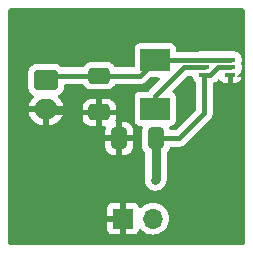
<source format=gbr>
%TF.GenerationSoftware,KiCad,Pcbnew,8.0.5*%
%TF.CreationDate,2025-11-11T23:33:08+01:00*%
%TF.ProjectId,TPS61221DCKx ( fixed output ),54505336-3132-4323-9144-434b78202820,rev?*%
%TF.SameCoordinates,Original*%
%TF.FileFunction,Copper,L2,Bot*%
%TF.FilePolarity,Positive*%
%FSLAX46Y46*%
G04 Gerber Fmt 4.6, Leading zero omitted, Abs format (unit mm)*
G04 Created by KiCad (PCBNEW 8.0.5) date 2025-11-11 23:33:08*
%MOMM*%
%LPD*%
G01*
G04 APERTURE LIST*
G04 Aperture macros list*
%AMRoundRect*
0 Rectangle with rounded corners*
0 $1 Rounding radius*
0 $2 $3 $4 $5 $6 $7 $8 $9 X,Y pos of 4 corners*
0 Add a 4 corners polygon primitive as box body*
4,1,4,$2,$3,$4,$5,$6,$7,$8,$9,$2,$3,0*
0 Add four circle primitives for the rounded corners*
1,1,$1+$1,$2,$3*
1,1,$1+$1,$4,$5*
1,1,$1+$1,$6,$7*
1,1,$1+$1,$8,$9*
0 Add four rect primitives between the rounded corners*
20,1,$1+$1,$2,$3,$4,$5,0*
20,1,$1+$1,$4,$5,$6,$7,0*
20,1,$1+$1,$6,$7,$8,$9,0*
20,1,$1+$1,$8,$9,$2,$3,0*%
G04 Aperture macros list end*
%TA.AperFunction,ComponentPad*%
%ADD10RoundRect,0.250000X-0.750000X0.600000X-0.750000X-0.600000X0.750000X-0.600000X0.750000X0.600000X0*%
%TD*%
%TA.AperFunction,ComponentPad*%
%ADD11O,2.000000X1.700000*%
%TD*%
%TA.AperFunction,SMDPad,CuDef*%
%ADD12RoundRect,0.100000X0.350000X0.100000X-0.350000X0.100000X-0.350000X-0.100000X0.350000X-0.100000X0*%
%TD*%
%TA.AperFunction,ComponentPad*%
%ADD13R,1.700000X1.700000*%
%TD*%
%TA.AperFunction,ComponentPad*%
%ADD14O,1.700000X1.700000*%
%TD*%
%TA.AperFunction,SMDPad,CuDef*%
%ADD15RoundRect,0.250000X0.412500X0.650000X-0.412500X0.650000X-0.412500X-0.650000X0.412500X-0.650000X0*%
%TD*%
%TA.AperFunction,SMDPad,CuDef*%
%ADD16R,2.500000X1.900000*%
%TD*%
%TA.AperFunction,SMDPad,CuDef*%
%ADD17RoundRect,0.250000X-0.650000X0.412500X-0.650000X-0.412500X0.650000X-0.412500X0.650000X0.412500X0*%
%TD*%
%TA.AperFunction,ViaPad*%
%ADD18C,0.600000*%
%TD*%
%TA.AperFunction,Conductor*%
%ADD19C,0.400000*%
%TD*%
%TA.AperFunction,Conductor*%
%ADD20C,0.800000*%
%TD*%
G04 APERTURE END LIST*
D10*
%TO.P,BT1,1,+*%
%TO.N,Vbat*%
X140437500Y-100043750D03*
D11*
%TO.P,BT1,2,-*%
%TO.N,GND*%
X140437500Y-102543750D03*
%TD*%
D12*
%TO.P,U1,1,VIN*%
%TO.N,Vbat*%
X156037500Y-98350000D03*
%TO.P,U1,2,FB*%
%TO.N,VCC*%
X156037500Y-99000000D03*
%TO.P,U1,3,GND*%
%TO.N,GND*%
X156037500Y-99650000D03*
%TO.P,U1,4,VOUT*%
%TO.N,VCC*%
X153837500Y-99650000D03*
%TO.P,U1,5,L*%
%TO.N,Net-(U1-L)*%
X153837500Y-99000000D03*
%TO.P,U1,6,EN*%
%TO.N,Vbat*%
X153837500Y-98350000D03*
%TD*%
D13*
%TO.P,J1,1,Pin_1*%
%TO.N,GND*%
X146937500Y-111793750D03*
D14*
%TO.P,J1,2,Pin_2*%
%TO.N,VCC*%
X149477500Y-111793750D03*
%TD*%
D15*
%TO.P,C1,1*%
%TO.N,VCC*%
X149750000Y-105000000D03*
%TO.P,C1,2*%
%TO.N,GND*%
X146625000Y-105000000D03*
%TD*%
D16*
%TO.P,L1,1,1*%
%TO.N,Vbat*%
X149687500Y-98400000D03*
%TO.P,L1,2,2*%
%TO.N,Net-(U1-L)*%
X149687500Y-102500000D03*
%TD*%
D17*
%TO.P,C2,1*%
%TO.N,Vbat*%
X144937500Y-99687500D03*
%TO.P,C2,2*%
%TO.N,GND*%
X144937500Y-102812500D03*
%TD*%
D18*
%TO.N,GND*%
X146687500Y-108543750D03*
%TO.N,VCC*%
X149687500Y-108543750D03*
%TD*%
D19*
%TO.N,GND*%
X140706250Y-102812500D02*
X140437500Y-102543750D01*
X146687500Y-104937500D02*
X146625000Y-105000000D01*
X144937500Y-102812500D02*
X144937500Y-103312500D01*
X144937500Y-102812500D02*
X140706250Y-102812500D01*
%TO.N,VCC*%
X153837500Y-102850000D02*
X151687500Y-105000000D01*
X154347378Y-99650000D02*
X154997378Y-99000000D01*
X153837500Y-99650000D02*
X154347378Y-99650000D01*
X154997378Y-99000000D02*
X156037500Y-99000000D01*
D20*
X149750000Y-108481250D02*
X149687500Y-108543750D01*
X149750000Y-105000000D02*
X149750000Y-108481250D01*
D19*
X151687500Y-105000000D02*
X149750000Y-105000000D01*
X153837500Y-99650000D02*
X153837500Y-102850000D01*
%TO.N,Vbat*%
X140793750Y-99687500D02*
X140437500Y-100043750D01*
X153787500Y-98400000D02*
X153837500Y-98350000D01*
X149687500Y-98400000D02*
X153787500Y-98400000D01*
X156037500Y-98350000D02*
X153837500Y-98350000D01*
X144937500Y-99687500D02*
X140793750Y-99687500D01*
X144937500Y-99687500D02*
X148400000Y-99687500D01*
X148400000Y-99687500D02*
X149687500Y-98400000D01*
%TO.N,Net-(U1-L)*%
X149687500Y-101400000D02*
X149687500Y-102500000D01*
X152087500Y-99000000D02*
X149687500Y-101400000D01*
X153837500Y-99000000D02*
X152087500Y-99000000D01*
%TD*%
%TA.AperFunction,Conductor*%
%TO.N,GND*%
G36*
X157192539Y-94020185D02*
G01*
X157238294Y-94072989D01*
X157249500Y-94124500D01*
X157249500Y-113875500D01*
X157229815Y-113942539D01*
X157177011Y-113988294D01*
X157125500Y-113999500D01*
X137374500Y-113999500D01*
X137307461Y-113979815D01*
X137261706Y-113927011D01*
X137250500Y-113875500D01*
X137250500Y-110895905D01*
X145587500Y-110895905D01*
X145587500Y-111543750D01*
X146504488Y-111543750D01*
X146471575Y-111600757D01*
X146437500Y-111727924D01*
X146437500Y-111859576D01*
X146471575Y-111986743D01*
X146504488Y-112043750D01*
X145587500Y-112043750D01*
X145587500Y-112691594D01*
X145593901Y-112751122D01*
X145593903Y-112751129D01*
X145644145Y-112885836D01*
X145644149Y-112885843D01*
X145730309Y-113000937D01*
X145730312Y-113000940D01*
X145845406Y-113087100D01*
X145845413Y-113087104D01*
X145980120Y-113137346D01*
X145980127Y-113137348D01*
X146039655Y-113143749D01*
X146039672Y-113143750D01*
X146687500Y-113143750D01*
X146687500Y-112226762D01*
X146744507Y-112259675D01*
X146871674Y-112293750D01*
X147003326Y-112293750D01*
X147130493Y-112259675D01*
X147187500Y-112226762D01*
X147187500Y-113143750D01*
X147835328Y-113143750D01*
X147835344Y-113143749D01*
X147894872Y-113137348D01*
X147894879Y-113137346D01*
X148029586Y-113087104D01*
X148029593Y-113087100D01*
X148144687Y-113000940D01*
X148144690Y-113000937D01*
X148230850Y-112885843D01*
X148230854Y-112885836D01*
X148279922Y-112754279D01*
X148321793Y-112698345D01*
X148387257Y-112673928D01*
X148455530Y-112688780D01*
X148483785Y-112709931D01*
X148606099Y-112832245D01*
X148682635Y-112885836D01*
X148799665Y-112967782D01*
X148799667Y-112967783D01*
X148799670Y-112967785D01*
X149013837Y-113067653D01*
X149242092Y-113128813D01*
X149412819Y-113143750D01*
X149477499Y-113149409D01*
X149477500Y-113149409D01*
X149477501Y-113149409D01*
X149542181Y-113143750D01*
X149712908Y-113128813D01*
X149941163Y-113067653D01*
X150155330Y-112967785D01*
X150348901Y-112832245D01*
X150515995Y-112665151D01*
X150651535Y-112471580D01*
X150751403Y-112257413D01*
X150812563Y-112029158D01*
X150833159Y-111793750D01*
X150812563Y-111558342D01*
X150751403Y-111330087D01*
X150651535Y-111115921D01*
X150515995Y-110922349D01*
X150515994Y-110922347D01*
X150348902Y-110755256D01*
X150348895Y-110755251D01*
X150155334Y-110619717D01*
X150155330Y-110619715D01*
X150084227Y-110586559D01*
X149941163Y-110519847D01*
X149941159Y-110519846D01*
X149941155Y-110519844D01*
X149712913Y-110458688D01*
X149712903Y-110458686D01*
X149477501Y-110438091D01*
X149477499Y-110438091D01*
X149242096Y-110458686D01*
X149242086Y-110458688D01*
X149013844Y-110519844D01*
X149013835Y-110519848D01*
X148799671Y-110619714D01*
X148799669Y-110619715D01*
X148606100Y-110755253D01*
X148483784Y-110877569D01*
X148422461Y-110911053D01*
X148352769Y-110906069D01*
X148296836Y-110864197D01*
X148279921Y-110833220D01*
X148230854Y-110701663D01*
X148230850Y-110701656D01*
X148144690Y-110586562D01*
X148144687Y-110586559D01*
X148029593Y-110500399D01*
X148029586Y-110500395D01*
X147894879Y-110450153D01*
X147894872Y-110450151D01*
X147835344Y-110443750D01*
X147187500Y-110443750D01*
X147187500Y-111360738D01*
X147130493Y-111327825D01*
X147003326Y-111293750D01*
X146871674Y-111293750D01*
X146744507Y-111327825D01*
X146687500Y-111360738D01*
X146687500Y-110443750D01*
X146039655Y-110443750D01*
X145980127Y-110450151D01*
X145980120Y-110450153D01*
X145845413Y-110500395D01*
X145845406Y-110500399D01*
X145730312Y-110586559D01*
X145730309Y-110586562D01*
X145644149Y-110701656D01*
X145644145Y-110701663D01*
X145593903Y-110836370D01*
X145593901Y-110836377D01*
X145587500Y-110895905D01*
X137250500Y-110895905D01*
X137250500Y-105699986D01*
X145462501Y-105699986D01*
X145472994Y-105802697D01*
X145528141Y-105969119D01*
X145528143Y-105969124D01*
X145620184Y-106118345D01*
X145744154Y-106242315D01*
X145893375Y-106334356D01*
X145893380Y-106334358D01*
X146059802Y-106389505D01*
X146059809Y-106389506D01*
X146162519Y-106399999D01*
X146374999Y-106399999D01*
X146875000Y-106399999D01*
X147087472Y-106399999D01*
X147087486Y-106399998D01*
X147190197Y-106389505D01*
X147356619Y-106334358D01*
X147356624Y-106334356D01*
X147505845Y-106242315D01*
X147629815Y-106118345D01*
X147721856Y-105969124D01*
X147721858Y-105969119D01*
X147777005Y-105802697D01*
X147777006Y-105802690D01*
X147787499Y-105699986D01*
X147787500Y-105699973D01*
X147787500Y-105250000D01*
X146875000Y-105250000D01*
X146875000Y-106399999D01*
X146374999Y-106399999D01*
X146375000Y-106399998D01*
X146375000Y-105250000D01*
X145462501Y-105250000D01*
X145462501Y-105699986D01*
X137250500Y-105699986D01*
X137250500Y-99393733D01*
X138937000Y-99393733D01*
X138937000Y-100693751D01*
X138937001Y-100693768D01*
X138947500Y-100796546D01*
X138947501Y-100796549D01*
X138965379Y-100850499D01*
X139002686Y-100963084D01*
X139090961Y-101106202D01*
X139094789Y-101112407D01*
X139218844Y-101236462D01*
X139374058Y-101332198D01*
X139420783Y-101384146D01*
X139432006Y-101453108D01*
X139404163Y-101517191D01*
X139396644Y-101525418D01*
X139257771Y-101664291D01*
X139132879Y-101836192D01*
X139036404Y-102025532D01*
X138970742Y-102227620D01*
X138970742Y-102227623D01*
X138960269Y-102293750D01*
X140004488Y-102293750D01*
X139971575Y-102350757D01*
X139937500Y-102477924D01*
X139937500Y-102609576D01*
X139971575Y-102736743D01*
X140004488Y-102793750D01*
X138960269Y-102793750D01*
X138970742Y-102859876D01*
X138970742Y-102859879D01*
X139036404Y-103061967D01*
X139132879Y-103251307D01*
X139257772Y-103423209D01*
X139257776Y-103423214D01*
X139408035Y-103573473D01*
X139408040Y-103573477D01*
X139579942Y-103698370D01*
X139769282Y-103794845D01*
X139971370Y-103860507D01*
X140181254Y-103893750D01*
X140187500Y-103893750D01*
X140187500Y-102976762D01*
X140244507Y-103009675D01*
X140371674Y-103043750D01*
X140503326Y-103043750D01*
X140630493Y-103009675D01*
X140687500Y-102976762D01*
X140687500Y-103893750D01*
X140693746Y-103893750D01*
X140903627Y-103860507D01*
X140903630Y-103860507D01*
X141105717Y-103794845D01*
X141295057Y-103698370D01*
X141466959Y-103573477D01*
X141466964Y-103573473D01*
X141617223Y-103423214D01*
X141617227Y-103423209D01*
X141724916Y-103274986D01*
X143537501Y-103274986D01*
X143547994Y-103377697D01*
X143603141Y-103544119D01*
X143603143Y-103544124D01*
X143695184Y-103693345D01*
X143819154Y-103817315D01*
X143968375Y-103909356D01*
X143968380Y-103909358D01*
X144134802Y-103964505D01*
X144134809Y-103964506D01*
X144237519Y-103974999D01*
X144687499Y-103974999D01*
X145187500Y-103974999D01*
X145374939Y-103974999D01*
X145441978Y-103994684D01*
X145487733Y-104047488D01*
X145497677Y-104116646D01*
X145492645Y-104138003D01*
X145472994Y-104197302D01*
X145472993Y-104197309D01*
X145462500Y-104300013D01*
X145462500Y-104750000D01*
X146375000Y-104750000D01*
X146875000Y-104750000D01*
X147787499Y-104750000D01*
X147787499Y-104300028D01*
X147787498Y-104300013D01*
X147777005Y-104197302D01*
X147721858Y-104030880D01*
X147721856Y-104030875D01*
X147629815Y-103881654D01*
X147505845Y-103757684D01*
X147356624Y-103665643D01*
X147356619Y-103665641D01*
X147190197Y-103610494D01*
X147190190Y-103610493D01*
X147087486Y-103600000D01*
X146875000Y-103600000D01*
X146875000Y-104750000D01*
X146375000Y-104750000D01*
X146375000Y-103600000D01*
X146338681Y-103563681D01*
X146341321Y-103561040D01*
X146312268Y-103527511D01*
X146302324Y-103458353D01*
X146307356Y-103436997D01*
X146327004Y-103377700D01*
X146327006Y-103377690D01*
X146337499Y-103274986D01*
X146337500Y-103274973D01*
X146337500Y-103062500D01*
X145187500Y-103062500D01*
X145187500Y-103974999D01*
X144687499Y-103974999D01*
X144687500Y-103974998D01*
X144687500Y-103062500D01*
X143537501Y-103062500D01*
X143537501Y-103274986D01*
X141724916Y-103274986D01*
X141742120Y-103251307D01*
X141838595Y-103061967D01*
X141904257Y-102859879D01*
X141904257Y-102859876D01*
X141914731Y-102793750D01*
X140870512Y-102793750D01*
X140903425Y-102736743D01*
X140937500Y-102609576D01*
X140937500Y-102477924D01*
X140903425Y-102350757D01*
X140902995Y-102350013D01*
X143537500Y-102350013D01*
X143537500Y-102562500D01*
X144687500Y-102562500D01*
X145187500Y-102562500D01*
X146337499Y-102562500D01*
X146337499Y-102350028D01*
X146337498Y-102350013D01*
X146327005Y-102247302D01*
X146271858Y-102080880D01*
X146271856Y-102080875D01*
X146179815Y-101931654D01*
X146055845Y-101807684D01*
X145906624Y-101715643D01*
X145906619Y-101715641D01*
X145740197Y-101660494D01*
X145740190Y-101660493D01*
X145637486Y-101650000D01*
X145187500Y-101650000D01*
X145187500Y-102562500D01*
X144687500Y-102562500D01*
X144687500Y-101650000D01*
X144237528Y-101650000D01*
X144237512Y-101650001D01*
X144134802Y-101660494D01*
X143968380Y-101715641D01*
X143968375Y-101715643D01*
X143819154Y-101807684D01*
X143695184Y-101931654D01*
X143603143Y-102080875D01*
X143603141Y-102080880D01*
X143547994Y-102247302D01*
X143547993Y-102247309D01*
X143537500Y-102350013D01*
X140902995Y-102350013D01*
X140870512Y-102293750D01*
X141914731Y-102293750D01*
X141904257Y-102227623D01*
X141904257Y-102227620D01*
X141838595Y-102025532D01*
X141742120Y-101836192D01*
X141617227Y-101664290D01*
X141617223Y-101664285D01*
X141478356Y-101525418D01*
X141444871Y-101464095D01*
X141449855Y-101394403D01*
X141491727Y-101338470D01*
X141500941Y-101332198D01*
X141506831Y-101328564D01*
X141506834Y-101328564D01*
X141656156Y-101236462D01*
X141780212Y-101112406D01*
X141872314Y-100963084D01*
X141927499Y-100796547D01*
X141938000Y-100693759D01*
X141938000Y-100512000D01*
X141957685Y-100444961D01*
X142010489Y-100399206D01*
X142062000Y-100388000D01*
X143514152Y-100388000D01*
X143581191Y-100407685D01*
X143619689Y-100446901D01*
X143694788Y-100568656D01*
X143818844Y-100692712D01*
X143968166Y-100784814D01*
X144134703Y-100839999D01*
X144237491Y-100850500D01*
X145637508Y-100850499D01*
X145740297Y-100839999D01*
X145906834Y-100784814D01*
X146056156Y-100692712D01*
X146180212Y-100568656D01*
X146255309Y-100446902D01*
X146307257Y-100400179D01*
X146360848Y-100388000D01*
X148468996Y-100388000D01*
X148560040Y-100369889D01*
X148604328Y-100361080D01*
X148688280Y-100326306D01*
X148731807Y-100308277D01*
X148731808Y-100308276D01*
X148731811Y-100308275D01*
X148846543Y-100231614D01*
X149191338Y-99886817D01*
X149252661Y-99853333D01*
X149279019Y-99850499D01*
X149946981Y-99850499D01*
X150014020Y-99870184D01*
X150059775Y-99922988D01*
X150069719Y-99992146D01*
X150040694Y-100055702D01*
X150034662Y-100062180D01*
X149143390Y-100953451D01*
X149143387Y-100953454D01*
X149116035Y-100994391D01*
X149062423Y-101039196D01*
X149012933Y-101049500D01*
X148389629Y-101049500D01*
X148389623Y-101049501D01*
X148330016Y-101055908D01*
X148195171Y-101106202D01*
X148195164Y-101106206D01*
X148079955Y-101192452D01*
X148079952Y-101192455D01*
X147993706Y-101307664D01*
X147993702Y-101307671D01*
X147943408Y-101442517D01*
X147937001Y-101502116D01*
X147937001Y-101502123D01*
X147937000Y-101502135D01*
X147937000Y-103497870D01*
X147937001Y-103497876D01*
X147943408Y-103557483D01*
X147993702Y-103692328D01*
X147993706Y-103692335D01*
X148079952Y-103807544D01*
X148079955Y-103807547D01*
X148195164Y-103893793D01*
X148195171Y-103893797D01*
X148236888Y-103909356D01*
X148330017Y-103944091D01*
X148389627Y-103950500D01*
X148507531Y-103950499D01*
X148574569Y-103970183D01*
X148620324Y-104022987D01*
X148630268Y-104092145D01*
X148625236Y-104113502D01*
X148597501Y-104197200D01*
X148597500Y-104197204D01*
X148587000Y-104299983D01*
X148587000Y-105700001D01*
X148587001Y-105700018D01*
X148597500Y-105802796D01*
X148597501Y-105802799D01*
X148652615Y-105969119D01*
X148652686Y-105969334D01*
X148744596Y-106118345D01*
X148744789Y-106118657D01*
X148813181Y-106187049D01*
X148846666Y-106248372D01*
X148849500Y-106274730D01*
X148849500Y-108189074D01*
X148840061Y-108236526D01*
X148821606Y-108281079D01*
X148821603Y-108281091D01*
X148787000Y-108455053D01*
X148787000Y-108632446D01*
X148821603Y-108806408D01*
X148821605Y-108806416D01*
X148889488Y-108970298D01*
X148988034Y-109117784D01*
X148988040Y-109117791D01*
X149113458Y-109243209D01*
X149113465Y-109243215D01*
X149260951Y-109341761D01*
X149260952Y-109341761D01*
X149260953Y-109341762D01*
X149424834Y-109409645D01*
X149598803Y-109444249D01*
X149598807Y-109444250D01*
X149598808Y-109444250D01*
X149776193Y-109444250D01*
X149776194Y-109444249D01*
X149950166Y-109409645D01*
X150114047Y-109341762D01*
X150261536Y-109243214D01*
X150449463Y-109055286D01*
X150500917Y-108978280D01*
X150548013Y-108907797D01*
X150615894Y-108743916D01*
X150650500Y-108569942D01*
X150650500Y-108392559D01*
X150650500Y-106274730D01*
X150670185Y-106207691D01*
X150686819Y-106187049D01*
X150755212Y-106118656D01*
X150847314Y-105969334D01*
X150902499Y-105802797D01*
X150902499Y-105802793D01*
X150903412Y-105798533D01*
X150936699Y-105737102D01*
X150997914Y-105703419D01*
X151024663Y-105700500D01*
X151756496Y-105700500D01*
X151847540Y-105682389D01*
X151891828Y-105673580D01*
X151955569Y-105647177D01*
X152019307Y-105620777D01*
X152019308Y-105620776D01*
X152019311Y-105620775D01*
X152134043Y-105544114D01*
X154381614Y-103296543D01*
X154458275Y-103181811D01*
X154511080Y-103054329D01*
X154532520Y-102946542D01*
X154538000Y-102918993D01*
X154538000Y-100412111D01*
X154557685Y-100345072D01*
X154610489Y-100299317D01*
X154614497Y-100297571D01*
X154679189Y-100270775D01*
X154793921Y-100194114D01*
X154965698Y-100022336D01*
X155027017Y-99988854D01*
X155096709Y-99993838D01*
X155152643Y-100035709D01*
X155160763Y-100048019D01*
X155163400Y-100052587D01*
X155259575Y-100177924D01*
X155384913Y-100274100D01*
X155530865Y-100334554D01*
X155530869Y-100334555D01*
X155648176Y-100349999D01*
X155837499Y-100349999D01*
X155837500Y-100349998D01*
X155837500Y-99824500D01*
X155857185Y-99757461D01*
X155909989Y-99711706D01*
X155961500Y-99700500D01*
X156113500Y-99700500D01*
X156180539Y-99720185D01*
X156226294Y-99772989D01*
X156237500Y-99824500D01*
X156237500Y-100349999D01*
X156426824Y-100349999D01*
X156544128Y-100334557D01*
X156544133Y-100334555D01*
X156690085Y-100274100D01*
X156815424Y-100177924D01*
X156911600Y-100052586D01*
X156972055Y-99906631D01*
X156979512Y-99850000D01*
X156761803Y-99850000D01*
X156694764Y-99830315D01*
X156649009Y-99777511D01*
X156639065Y-99708353D01*
X156668090Y-99644797D01*
X156686316Y-99627624D01*
X156690339Y-99624536D01*
X156690341Y-99624536D01*
X156815782Y-99528282D01*
X156824323Y-99517150D01*
X156838625Y-99498513D01*
X156895053Y-99457310D01*
X156937000Y-99450000D01*
X156979510Y-99450000D01*
X156979511Y-99449998D01*
X156972058Y-99393377D01*
X156972054Y-99393365D01*
X156963663Y-99373106D01*
X156956194Y-99303637D01*
X156963664Y-99278199D01*
X156972544Y-99256762D01*
X156988000Y-99139361D01*
X156987999Y-98860640D01*
X156972544Y-98743238D01*
X156963934Y-98722454D01*
X156956465Y-98652986D01*
X156963935Y-98627545D01*
X156972544Y-98606762D01*
X156988000Y-98489361D01*
X156987999Y-98210640D01*
X156987999Y-98210636D01*
X156972546Y-98093246D01*
X156972544Y-98093241D01*
X156972544Y-98093238D01*
X156912036Y-97947159D01*
X156815782Y-97821718D01*
X156690341Y-97725464D01*
X156627658Y-97699500D01*
X156544262Y-97664956D01*
X156544260Y-97664955D01*
X156426870Y-97649501D01*
X156426867Y-97649500D01*
X156426861Y-97649500D01*
X156106495Y-97649500D01*
X156106493Y-97649500D01*
X153906494Y-97649500D01*
X153768506Y-97649500D01*
X153768503Y-97649500D01*
X153448136Y-97649500D01*
X153330746Y-97664953D01*
X153330737Y-97664956D01*
X153270130Y-97690061D01*
X153222677Y-97699500D01*
X151561999Y-97699500D01*
X151494960Y-97679815D01*
X151449205Y-97627011D01*
X151437999Y-97575500D01*
X151437999Y-97402129D01*
X151437998Y-97402123D01*
X151437997Y-97402116D01*
X151431591Y-97342517D01*
X151381296Y-97207669D01*
X151381295Y-97207668D01*
X151381293Y-97207664D01*
X151295047Y-97092455D01*
X151295044Y-97092452D01*
X151179835Y-97006206D01*
X151179828Y-97006202D01*
X151044982Y-96955908D01*
X151044983Y-96955908D01*
X150985383Y-96949501D01*
X150985381Y-96949500D01*
X150985373Y-96949500D01*
X150985364Y-96949500D01*
X148389629Y-96949500D01*
X148389623Y-96949501D01*
X148330016Y-96955908D01*
X148195171Y-97006202D01*
X148195164Y-97006206D01*
X148079955Y-97092452D01*
X148079952Y-97092455D01*
X147993706Y-97207664D01*
X147993702Y-97207671D01*
X147943408Y-97342517D01*
X147937001Y-97402116D01*
X147937001Y-97402123D01*
X147937000Y-97402135D01*
X147937001Y-98863000D01*
X147917316Y-98930039D01*
X147864513Y-98975794D01*
X147813001Y-98987000D01*
X146360848Y-98987000D01*
X146293809Y-98967315D01*
X146255309Y-98928097D01*
X146215157Y-98863000D01*
X146180212Y-98806344D01*
X146056156Y-98682288D01*
X145906834Y-98590186D01*
X145740297Y-98535001D01*
X145740295Y-98535000D01*
X145637510Y-98524500D01*
X144237498Y-98524500D01*
X144237481Y-98524501D01*
X144134703Y-98535000D01*
X144134700Y-98535001D01*
X143968168Y-98590185D01*
X143968163Y-98590187D01*
X143818842Y-98682289D01*
X143694789Y-98806342D01*
X143619691Y-98928097D01*
X143567743Y-98974821D01*
X143514152Y-98987000D01*
X141843481Y-98987000D01*
X141776442Y-98967315D01*
X141755800Y-98950682D01*
X141733215Y-98928097D01*
X141656156Y-98851038D01*
X141506834Y-98758936D01*
X141340297Y-98703751D01*
X141340295Y-98703750D01*
X141237510Y-98693250D01*
X139637498Y-98693250D01*
X139637481Y-98693251D01*
X139534703Y-98703750D01*
X139534700Y-98703751D01*
X139368168Y-98758935D01*
X139368163Y-98758937D01*
X139218842Y-98851039D01*
X139094789Y-98975092D01*
X139002687Y-99124413D01*
X139002685Y-99124418D01*
X138974849Y-99208420D01*
X138947501Y-99290953D01*
X138947501Y-99290954D01*
X138947500Y-99290954D01*
X138937000Y-99393733D01*
X137250500Y-99393733D01*
X137250500Y-94124500D01*
X137270185Y-94057461D01*
X137322989Y-94011706D01*
X137374500Y-94000500D01*
X157125500Y-94000500D01*
X157192539Y-94020185D01*
G37*
%TD.AperFunction*%
%TD*%
%TA.AperFunction,NonConductor*%
G36*
X152833596Y-99720185D02*
G01*
X152879351Y-99772989D01*
X152889496Y-99808316D01*
X152902454Y-99906754D01*
X152902456Y-99906762D01*
X152960966Y-100048019D01*
X152962964Y-100052841D01*
X153059218Y-100178282D01*
X153088487Y-100200740D01*
X153129689Y-100257165D01*
X153137000Y-100299115D01*
X153137000Y-102508481D01*
X153117315Y-102575520D01*
X153100681Y-102596162D01*
X151433662Y-104263181D01*
X151372339Y-104296666D01*
X151345981Y-104299500D01*
X151024663Y-104299500D01*
X150957624Y-104279815D01*
X150911869Y-104227011D01*
X150903411Y-104201459D01*
X150902501Y-104197210D01*
X150902498Y-104197200D01*
X150874696Y-104113301D01*
X150872295Y-104043477D01*
X150908026Y-103983434D01*
X150970546Y-103952241D01*
X150982076Y-103950905D01*
X150982071Y-103950854D01*
X151044983Y-103944091D01*
X151179828Y-103893797D01*
X151179827Y-103893797D01*
X151179831Y-103893796D01*
X151295046Y-103807546D01*
X151381296Y-103692331D01*
X151431591Y-103557483D01*
X151438000Y-103497873D01*
X151437999Y-101502128D01*
X151431591Y-101442517D01*
X151413588Y-101394249D01*
X151381297Y-101307671D01*
X151381293Y-101307664D01*
X151295047Y-101192456D01*
X151295048Y-101192456D01*
X151295046Y-101192454D01*
X151179831Y-101106204D01*
X151179829Y-101106203D01*
X151175506Y-101102967D01*
X151133635Y-101047033D01*
X151128651Y-100977341D01*
X151162134Y-100916021D01*
X152341338Y-99736819D01*
X152402661Y-99703334D01*
X152429019Y-99700500D01*
X152766557Y-99700500D01*
X152833596Y-99720185D01*
G37*
%TD.AperFunction*%
M02*

</source>
